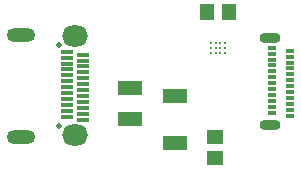
<source format=gbr>
%TF.GenerationSoftware,Altium Limited,Altium Designer,22.10.1 (41)*%
G04 Layer_Color=255*
%FSLAX45Y45*%
%MOMM*%
%TF.SameCoordinates,7C4CEE53-0205-4E42-98F0-91463D168F18*%
%TF.FilePolarity,Positive*%
%TF.FileFunction,Pads,Top*%
%TF.Part,Single*%
G01*
G75*
%TA.AperFunction,SMDPad,CuDef*%
%ADD10R,1.00000X0.30000*%
%TA.AperFunction,BGAPad,SMDef*%
%ADD11C,0.22500*%
%TA.AperFunction,ConnectorPad*%
%ADD12R,0.80000X0.30000*%
%TA.AperFunction,SMDPad,CuDef*%
%ADD13R,1.20000X1.40000*%
%ADD14R,1.40000X1.20000*%
%ADD15R,2.03200X1.14300*%
%ADD16R,2.10000X1.27000*%
%TA.AperFunction,ComponentPad*%
%ADD20O,2.20000X1.80000*%
%ADD21O,2.40000X1.20000*%
%ADD22C,0.50002*%
%ADD23O,1.80000X0.90000*%
D10*
X828416Y1116670D02*
D03*
Y1066673D02*
D03*
Y1016668D02*
D03*
Y966676D02*
D03*
Y916681D02*
D03*
Y866684D02*
D03*
Y816689D02*
D03*
Y766689D02*
D03*
Y716684D02*
D03*
Y666684D02*
D03*
Y616684D02*
D03*
Y566684D02*
D03*
X693420Y591680D02*
D03*
Y641683D02*
D03*
Y691678D02*
D03*
Y741680D02*
D03*
Y791680D02*
D03*
Y841685D02*
D03*
Y891687D02*
D03*
Y941682D02*
D03*
Y991682D02*
D03*
Y1041684D02*
D03*
Y1091679D02*
D03*
Y1141679D02*
D03*
D11*
X2028500Y1133480D02*
D03*
X1988500D02*
D03*
X1948500D02*
D03*
X1908500D02*
D03*
X2028500Y1173480D02*
D03*
X1988500D02*
D03*
X1948500D02*
D03*
X1908500D02*
D03*
X2028500Y1213480D02*
D03*
X1988500D02*
D03*
X1948500D02*
D03*
X1908500D02*
D03*
D12*
X2574954Y600001D02*
D03*
Y650001D02*
D03*
Y700001D02*
D03*
Y750001D02*
D03*
Y800001D02*
D03*
Y850001D02*
D03*
Y900000D02*
D03*
Y950000D02*
D03*
Y1000000D02*
D03*
Y1050000D02*
D03*
Y1100000D02*
D03*
X2575000Y1150000D02*
D03*
X2425005Y1174994D02*
D03*
Y1124994D02*
D03*
Y1074994D02*
D03*
Y1024994D02*
D03*
Y974994D02*
D03*
Y924994D02*
D03*
Y874994D02*
D03*
Y824994D02*
D03*
Y774994D02*
D03*
Y724994D02*
D03*
Y674995D02*
D03*
Y624995D02*
D03*
D13*
X1878500Y1478280D02*
D03*
X2058500D02*
D03*
D14*
X1943100Y242740D02*
D03*
Y422740D02*
D03*
D15*
X1221740Y570230D02*
D03*
Y836930D02*
D03*
D16*
X1600200Y764920D02*
D03*
Y367920D02*
D03*
D20*
X756418Y435089D02*
D03*
X756408Y1273289D02*
D03*
D21*
X303414Y1286200D02*
D03*
Y422173D02*
D03*
D22*
X623400Y514175D02*
D03*
Y1194184D02*
D03*
D23*
X2404956Y517502D02*
D03*
X2404999Y1257500D02*
D03*
%TF.MD5,d52cef931d7c3c09588ba246c9d80924*%
M02*

</source>
